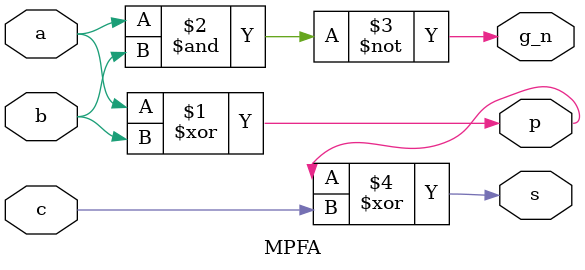
<source format=v>
/* metamorphosis of partial full adder */
module MPFA 
(
    input  wire a,
    input  wire b,
    input  wire c,
    output wire s,
    output wire g_n,
    output wire p

);

    xor (p  , a, b);
    nand(g_n, a, b);
    xor (s  , p, c);


endmodule

</source>
